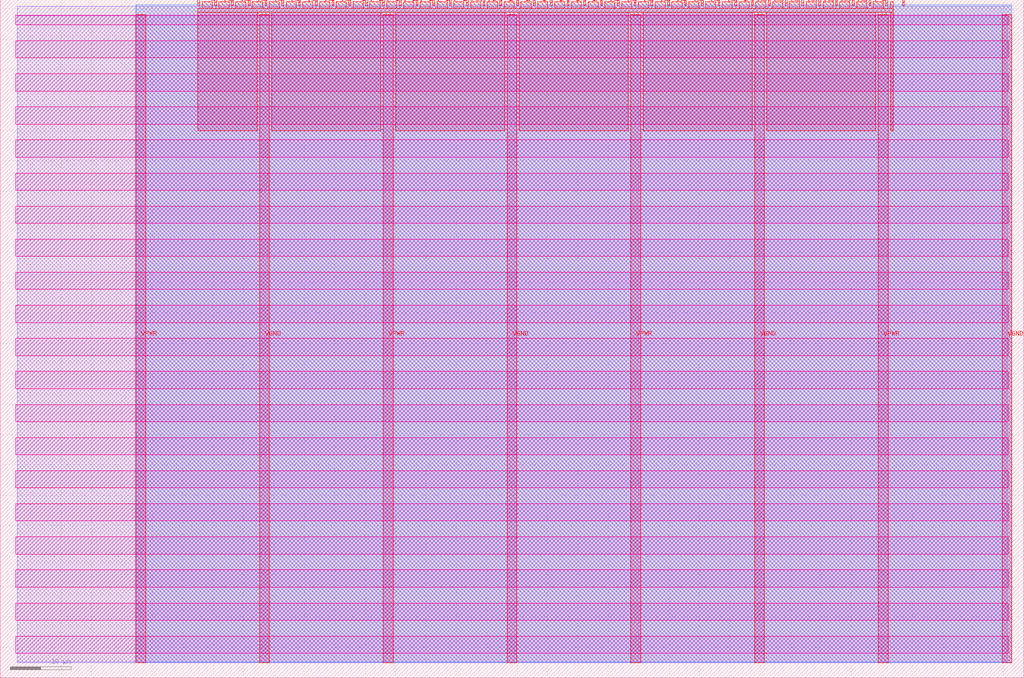
<source format=lef>
VERSION 5.7 ;
  NOWIREEXTENSIONATPIN ON ;
  DIVIDERCHAR "/" ;
  BUSBITCHARS "[]" ;
MACRO tt_um_rnn_dup
  CLASS BLOCK ;
  FOREIGN tt_um_rnn_dup ;
  ORIGIN 0.000 0.000 ;
  SIZE 168.360 BY 111.520 ;
  PIN VGND
    DIRECTION INOUT ;
    USE GROUND ;
    PORT
      LAYER met4 ;
        RECT 42.670 2.480 44.270 109.040 ;
    END
    PORT
      LAYER met4 ;
        RECT 83.380 2.480 84.980 109.040 ;
    END
    PORT
      LAYER met4 ;
        RECT 124.090 2.480 125.690 109.040 ;
    END
    PORT
      LAYER met4 ;
        RECT 164.800 2.480 166.400 109.040 ;
    END
  END VGND
  PIN VPWR
    DIRECTION INOUT ;
    USE POWER ;
    PORT
      LAYER met4 ;
        RECT 22.315 2.480 23.915 109.040 ;
    END
    PORT
      LAYER met4 ;
        RECT 63.025 2.480 64.625 109.040 ;
    END
    PORT
      LAYER met4 ;
        RECT 103.735 2.480 105.335 109.040 ;
    END
    PORT
      LAYER met4 ;
        RECT 144.445 2.480 146.045 109.040 ;
    END
  END VPWR
  PIN clk
    DIRECTION INPUT ;
    USE SIGNAL ;
    ANTENNAGATEAREA 0.852000 ;
    PORT
      LAYER met4 ;
        RECT 145.670 110.520 145.970 111.520 ;
    END
  END clk
  PIN ena
    DIRECTION INPUT ;
    USE SIGNAL ;
    PORT
      LAYER met4 ;
        RECT 148.430 110.520 148.730 111.520 ;
    END
  END ena
  PIN rst_n
    DIRECTION INPUT ;
    USE SIGNAL ;
    ANTENNAGATEAREA 0.213000 ;
    PORT
      LAYER met4 ;
        RECT 142.910 110.520 143.210 111.520 ;
    END
  END rst_n
  PIN ui_in[0]
    DIRECTION INPUT ;
    USE SIGNAL ;
    ANTENNAGATEAREA 0.159000 ;
    PORT
      LAYER met4 ;
        RECT 140.150 110.520 140.450 111.520 ;
    END
  END ui_in[0]
  PIN ui_in[1]
    DIRECTION INPUT ;
    USE SIGNAL ;
    ANTENNAGATEAREA 0.196500 ;
    PORT
      LAYER met4 ;
        RECT 137.390 110.520 137.690 111.520 ;
    END
  END ui_in[1]
  PIN ui_in[2]
    DIRECTION INPUT ;
    USE SIGNAL ;
    ANTENNAGATEAREA 0.196500 ;
    PORT
      LAYER met4 ;
        RECT 134.630 110.520 134.930 111.520 ;
    END
  END ui_in[2]
  PIN ui_in[3]
    DIRECTION INPUT ;
    USE SIGNAL ;
    ANTENNAGATEAREA 0.196500 ;
    PORT
      LAYER met4 ;
        RECT 131.870 110.520 132.170 111.520 ;
    END
  END ui_in[3]
  PIN ui_in[4]
    DIRECTION INPUT ;
    USE SIGNAL ;
    ANTENNAGATEAREA 0.196500 ;
    PORT
      LAYER met4 ;
        RECT 129.110 110.520 129.410 111.520 ;
    END
  END ui_in[4]
  PIN ui_in[5]
    DIRECTION INPUT ;
    USE SIGNAL ;
    ANTENNAGATEAREA 0.196500 ;
    PORT
      LAYER met4 ;
        RECT 126.350 110.520 126.650 111.520 ;
    END
  END ui_in[5]
  PIN ui_in[6]
    DIRECTION INPUT ;
    USE SIGNAL ;
    ANTENNAGATEAREA 0.196500 ;
    PORT
      LAYER met4 ;
        RECT 123.590 110.520 123.890 111.520 ;
    END
  END ui_in[6]
  PIN ui_in[7]
    DIRECTION INPUT ;
    USE SIGNAL ;
    ANTENNAGATEAREA 0.196500 ;
    PORT
      LAYER met4 ;
        RECT 120.830 110.520 121.130 111.520 ;
    END
  END ui_in[7]
  PIN uio_in[0]
    DIRECTION INPUT ;
    USE SIGNAL ;
    PORT
      LAYER met4 ;
        RECT 118.070 110.520 118.370 111.520 ;
    END
  END uio_in[0]
  PIN uio_in[1]
    DIRECTION INPUT ;
    USE SIGNAL ;
    PORT
      LAYER met4 ;
        RECT 115.310 110.520 115.610 111.520 ;
    END
  END uio_in[1]
  PIN uio_in[2]
    DIRECTION INPUT ;
    USE SIGNAL ;
    PORT
      LAYER met4 ;
        RECT 112.550 110.520 112.850 111.520 ;
    END
  END uio_in[2]
  PIN uio_in[3]
    DIRECTION INPUT ;
    USE SIGNAL ;
    PORT
      LAYER met4 ;
        RECT 109.790 110.520 110.090 111.520 ;
    END
  END uio_in[3]
  PIN uio_in[4]
    DIRECTION INPUT ;
    USE SIGNAL ;
    PORT
      LAYER met4 ;
        RECT 107.030 110.520 107.330 111.520 ;
    END
  END uio_in[4]
  PIN uio_in[5]
    DIRECTION INPUT ;
    USE SIGNAL ;
    PORT
      LAYER met4 ;
        RECT 104.270 110.520 104.570 111.520 ;
    END
  END uio_in[5]
  PIN uio_in[6]
    DIRECTION INPUT ;
    USE SIGNAL ;
    PORT
      LAYER met4 ;
        RECT 101.510 110.520 101.810 111.520 ;
    END
  END uio_in[6]
  PIN uio_in[7]
    DIRECTION INPUT ;
    USE SIGNAL ;
    PORT
      LAYER met4 ;
        RECT 98.750 110.520 99.050 111.520 ;
    END
  END uio_in[7]
  PIN uio_oe[0]
    DIRECTION OUTPUT TRISTATE ;
    USE SIGNAL ;
    PORT
      LAYER met4 ;
        RECT 51.830 110.520 52.130 111.520 ;
    END
  END uio_oe[0]
  PIN uio_oe[1]
    DIRECTION OUTPUT TRISTATE ;
    USE SIGNAL ;
    PORT
      LAYER met4 ;
        RECT 49.070 110.520 49.370 111.520 ;
    END
  END uio_oe[1]
  PIN uio_oe[2]
    DIRECTION OUTPUT TRISTATE ;
    USE SIGNAL ;
    PORT
      LAYER met4 ;
        RECT 46.310 110.520 46.610 111.520 ;
    END
  END uio_oe[2]
  PIN uio_oe[3]
    DIRECTION OUTPUT TRISTATE ;
    USE SIGNAL ;
    PORT
      LAYER met4 ;
        RECT 43.550 110.520 43.850 111.520 ;
    END
  END uio_oe[3]
  PIN uio_oe[4]
    DIRECTION OUTPUT TRISTATE ;
    USE SIGNAL ;
    PORT
      LAYER met4 ;
        RECT 40.790 110.520 41.090 111.520 ;
    END
  END uio_oe[4]
  PIN uio_oe[5]
    DIRECTION OUTPUT TRISTATE ;
    USE SIGNAL ;
    PORT
      LAYER met4 ;
        RECT 38.030 110.520 38.330 111.520 ;
    END
  END uio_oe[5]
  PIN uio_oe[6]
    DIRECTION OUTPUT TRISTATE ;
    USE SIGNAL ;
    PORT
      LAYER met4 ;
        RECT 35.270 110.520 35.570 111.520 ;
    END
  END uio_oe[6]
  PIN uio_oe[7]
    DIRECTION OUTPUT TRISTATE ;
    USE SIGNAL ;
    PORT
      LAYER met4 ;
        RECT 32.510 110.520 32.810 111.520 ;
    END
  END uio_oe[7]
  PIN uio_out[0]
    DIRECTION OUTPUT TRISTATE ;
    USE SIGNAL ;
    PORT
      LAYER met4 ;
        RECT 73.910 110.520 74.210 111.520 ;
    END
  END uio_out[0]
  PIN uio_out[1]
    DIRECTION OUTPUT TRISTATE ;
    USE SIGNAL ;
    PORT
      LAYER met4 ;
        RECT 71.150 110.520 71.450 111.520 ;
    END
  END uio_out[1]
  PIN uio_out[2]
    DIRECTION OUTPUT TRISTATE ;
    USE SIGNAL ;
    PORT
      LAYER met4 ;
        RECT 68.390 110.520 68.690 111.520 ;
    END
  END uio_out[2]
  PIN uio_out[3]
    DIRECTION OUTPUT TRISTATE ;
    USE SIGNAL ;
    PORT
      LAYER met4 ;
        RECT 65.630 110.520 65.930 111.520 ;
    END
  END uio_out[3]
  PIN uio_out[4]
    DIRECTION OUTPUT TRISTATE ;
    USE SIGNAL ;
    PORT
      LAYER met4 ;
        RECT 62.870 110.520 63.170 111.520 ;
    END
  END uio_out[4]
  PIN uio_out[5]
    DIRECTION OUTPUT TRISTATE ;
    USE SIGNAL ;
    PORT
      LAYER met4 ;
        RECT 60.110 110.520 60.410 111.520 ;
    END
  END uio_out[5]
  PIN uio_out[6]
    DIRECTION OUTPUT TRISTATE ;
    USE SIGNAL ;
    PORT
      LAYER met4 ;
        RECT 57.350 110.520 57.650 111.520 ;
    END
  END uio_out[6]
  PIN uio_out[7]
    DIRECTION OUTPUT TRISTATE ;
    USE SIGNAL ;
    PORT
      LAYER met4 ;
        RECT 54.590 110.520 54.890 111.520 ;
    END
  END uio_out[7]
  PIN uo_out[0]
    DIRECTION OUTPUT TRISTATE ;
    USE SIGNAL ;
    ANTENNAGATEAREA 0.126000 ;
    ANTENNADIFFAREA 1.524450 ;
    PORT
      LAYER met4 ;
        RECT 95.990 110.520 96.290 111.520 ;
    END
  END uo_out[0]
  PIN uo_out[1]
    DIRECTION OUTPUT TRISTATE ;
    USE SIGNAL ;
    ANTENNAGATEAREA 0.126000 ;
    ANTENNADIFFAREA 1.242000 ;
    PORT
      LAYER met4 ;
        RECT 93.230 110.520 93.530 111.520 ;
    END
  END uo_out[1]
  PIN uo_out[2]
    DIRECTION OUTPUT TRISTATE ;
    USE SIGNAL ;
    ANTENNAGATEAREA 0.126000 ;
    ANTENNADIFFAREA 1.721000 ;
    PORT
      LAYER met4 ;
        RECT 90.470 110.520 90.770 111.520 ;
    END
  END uo_out[2]
  PIN uo_out[3]
    DIRECTION OUTPUT TRISTATE ;
    USE SIGNAL ;
    ANTENNAGATEAREA 0.126000 ;
    ANTENNADIFFAREA 1.524450 ;
    PORT
      LAYER met4 ;
        RECT 87.710 110.520 88.010 111.520 ;
    END
  END uo_out[3]
  PIN uo_out[4]
    DIRECTION OUTPUT TRISTATE ;
    USE SIGNAL ;
    ANTENNAGATEAREA 0.126000 ;
    ANTENNADIFFAREA 1.242000 ;
    PORT
      LAYER met4 ;
        RECT 84.950 110.520 85.250 111.520 ;
    END
  END uo_out[4]
  PIN uo_out[5]
    DIRECTION OUTPUT TRISTATE ;
    USE SIGNAL ;
    ANTENNAGATEAREA 0.126000 ;
    ANTENNADIFFAREA 0.795200 ;
    PORT
      LAYER met4 ;
        RECT 82.190 110.520 82.490 111.520 ;
    END
  END uo_out[5]
  PIN uo_out[6]
    DIRECTION OUTPUT TRISTATE ;
    USE SIGNAL ;
    ANTENNAGATEAREA 0.126000 ;
    ANTENNADIFFAREA 1.242000 ;
    PORT
      LAYER met4 ;
        RECT 79.430 110.520 79.730 111.520 ;
    END
  END uo_out[6]
  PIN uo_out[7]
    DIRECTION OUTPUT TRISTATE ;
    USE SIGNAL ;
    ANTENNAGATEAREA 0.126000 ;
    ANTENNADIFFAREA 1.721000 ;
    PORT
      LAYER met4 ;
        RECT 76.670 110.520 76.970 111.520 ;
    END
  END uo_out[7]
  OBS
      LAYER nwell ;
        RECT 2.570 107.385 165.790 108.990 ;
        RECT 2.570 101.945 165.790 104.775 ;
        RECT 2.570 96.505 165.790 99.335 ;
        RECT 2.570 91.065 165.790 93.895 ;
        RECT 2.570 85.625 165.790 88.455 ;
        RECT 2.570 80.185 165.790 83.015 ;
        RECT 2.570 74.745 165.790 77.575 ;
        RECT 2.570 69.305 165.790 72.135 ;
        RECT 2.570 63.865 165.790 66.695 ;
        RECT 2.570 58.425 165.790 61.255 ;
        RECT 2.570 52.985 165.790 55.815 ;
        RECT 2.570 47.545 165.790 50.375 ;
        RECT 2.570 42.105 165.790 44.935 ;
        RECT 2.570 36.665 165.790 39.495 ;
        RECT 2.570 31.225 165.790 34.055 ;
        RECT 2.570 25.785 165.790 28.615 ;
        RECT 2.570 20.345 165.790 23.175 ;
        RECT 2.570 14.905 165.790 17.735 ;
        RECT 2.570 9.465 165.790 12.295 ;
        RECT 2.570 4.025 165.790 6.855 ;
      LAYER li1 ;
        RECT 2.760 2.635 165.600 108.885 ;
      LAYER met1 ;
        RECT 2.760 2.480 166.400 110.460 ;
      LAYER met2 ;
        RECT 22.345 2.535 166.370 110.685 ;
      LAYER met3 ;
        RECT 22.325 2.555 166.390 110.665 ;
      LAYER met4 ;
        RECT 33.210 110.120 34.870 111.170 ;
        RECT 35.970 110.120 37.630 111.170 ;
        RECT 38.730 110.120 40.390 111.170 ;
        RECT 41.490 110.120 43.150 111.170 ;
        RECT 44.250 110.120 45.910 111.170 ;
        RECT 47.010 110.120 48.670 111.170 ;
        RECT 49.770 110.120 51.430 111.170 ;
        RECT 52.530 110.120 54.190 111.170 ;
        RECT 55.290 110.120 56.950 111.170 ;
        RECT 58.050 110.120 59.710 111.170 ;
        RECT 60.810 110.120 62.470 111.170 ;
        RECT 63.570 110.120 65.230 111.170 ;
        RECT 66.330 110.120 67.990 111.170 ;
        RECT 69.090 110.120 70.750 111.170 ;
        RECT 71.850 110.120 73.510 111.170 ;
        RECT 74.610 110.120 76.270 111.170 ;
        RECT 77.370 110.120 79.030 111.170 ;
        RECT 80.130 110.120 81.790 111.170 ;
        RECT 82.890 110.120 84.550 111.170 ;
        RECT 85.650 110.120 87.310 111.170 ;
        RECT 88.410 110.120 90.070 111.170 ;
        RECT 91.170 110.120 92.830 111.170 ;
        RECT 93.930 110.120 95.590 111.170 ;
        RECT 96.690 110.120 98.350 111.170 ;
        RECT 99.450 110.120 101.110 111.170 ;
        RECT 102.210 110.120 103.870 111.170 ;
        RECT 104.970 110.120 106.630 111.170 ;
        RECT 107.730 110.120 109.390 111.170 ;
        RECT 110.490 110.120 112.150 111.170 ;
        RECT 113.250 110.120 114.910 111.170 ;
        RECT 116.010 110.120 117.670 111.170 ;
        RECT 118.770 110.120 120.430 111.170 ;
        RECT 121.530 110.120 123.190 111.170 ;
        RECT 124.290 110.120 125.950 111.170 ;
        RECT 127.050 110.120 128.710 111.170 ;
        RECT 129.810 110.120 131.470 111.170 ;
        RECT 132.570 110.120 134.230 111.170 ;
        RECT 135.330 110.120 136.990 111.170 ;
        RECT 138.090 110.120 139.750 111.170 ;
        RECT 140.850 110.120 142.510 111.170 ;
        RECT 143.610 110.120 145.270 111.170 ;
        RECT 146.370 110.120 146.905 111.170 ;
        RECT 32.495 109.440 146.905 110.120 ;
        RECT 32.495 89.935 42.270 109.440 ;
        RECT 44.670 89.935 62.625 109.440 ;
        RECT 65.025 89.935 82.980 109.440 ;
        RECT 85.380 89.935 103.335 109.440 ;
        RECT 105.735 89.935 123.690 109.440 ;
        RECT 126.090 89.935 144.045 109.440 ;
        RECT 146.445 89.935 146.905 109.440 ;
  END
END tt_um_rnn_dup
END LIBRARY


</source>
